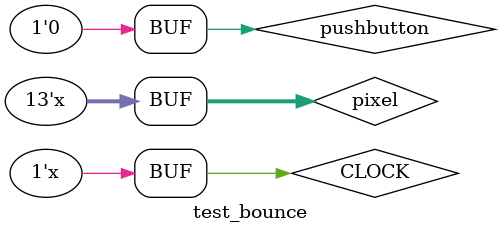
<source format=v>
`timescale 1ns / 1ps


module test_bounce(

    );
    reg CLOCK;
        reg pushbutton;
        reg[12:0] pixel = 0;
        wire signal;
        wire [15:0] RGB;
        //wire pmodoledrgb_cs,pmodoledrgb_sdin,pmodoledrgb_sclk,pmodoledrgb_d_cn,pmodoledrgb_resn,pmodoledrgb_vccen,pmodoledrgb_pmoden;
        //top_student test(CLOCK, pushbutton,pmodoledrgb_cs,pmodoledrgb_sdin,pmodoledrgb_sclk,pmodoledrgb_d_cn,pmodoledrgb_resn,pmodoledrgb_vccen,pmodoledrgb_pmoden);
       // top_student TS(CLOCK,pushbutton,signal);
       Draw_Pixel DP(CLOCK,pixel,2,0,RGB);
        initial begin
            CLOCK = 0;
           // pushbutton =0; #10;
           // pushbutton = 1; #27;
            pushbutton=0;
        end  
        always begin
             #5 CLOCK = ~CLOCK;          
        end
        
        always begin
            #30 pixel = pixel + 1;
        end
        
    endmodule

</source>
